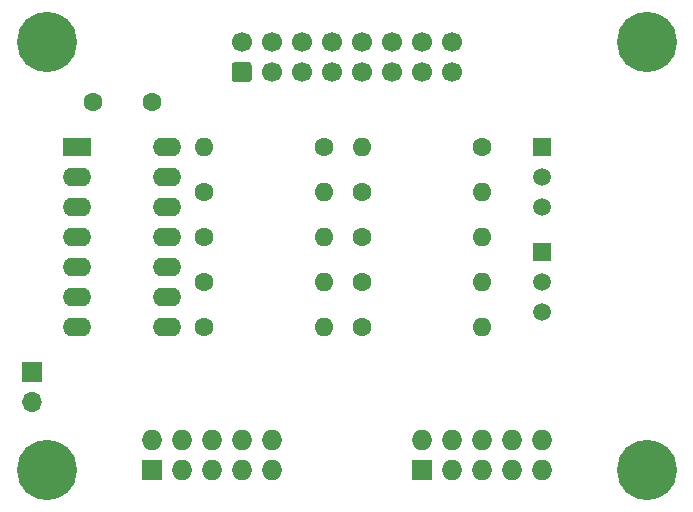
<source format=gts>
G04 #@! TF.GenerationSoftware,KiCad,Pcbnew,(5.1.8)-1*
G04 #@! TF.CreationDate,2024-06-18T03:57:33+02:00*
G04 #@! TF.ProjectId,Gameport,47616d65-706f-4727-942e-6b696361645f,rev?*
G04 #@! TF.SameCoordinates,Original*
G04 #@! TF.FileFunction,Soldermask,Top*
G04 #@! TF.FilePolarity,Negative*
%FSLAX46Y46*%
G04 Gerber Fmt 4.6, Leading zero omitted, Abs format (unit mm)*
G04 Created by KiCad (PCBNEW (5.1.8)-1) date 2024-06-18 03:57:33*
%MOMM*%
%LPD*%
G01*
G04 APERTURE LIST*
%ADD10O,1.727200X1.727200*%
%ADD11R,1.727200X1.727200*%
%ADD12C,5.100000*%
%ADD13R,1.700000X1.700000*%
%ADD14O,1.700000X1.700000*%
%ADD15C,1.700000*%
%ADD16C,1.600000*%
%ADD17O,1.600000X1.600000*%
%ADD18R,2.400000X1.600000*%
%ADD19O,2.400000X1.600000*%
%ADD20C,1.500000*%
%ADD21R,1.500000X1.500000*%
G04 APERTURE END LIST*
D10*
X160655000Y-105410000D03*
X158115000Y-105410000D03*
X155575000Y-105410000D03*
X153035000Y-105410000D03*
X150495000Y-105410000D03*
X160655000Y-107950000D03*
X158115000Y-107950000D03*
X155575000Y-107950000D03*
X153035000Y-107950000D03*
D11*
X150495000Y-107950000D03*
X127635000Y-107950000D03*
D10*
X130175000Y-107950000D03*
X132715000Y-107950000D03*
X135255000Y-107950000D03*
X137795000Y-107950000D03*
X127635000Y-105410000D03*
X130175000Y-105410000D03*
X132715000Y-105410000D03*
X135255000Y-105410000D03*
X137795000Y-105410000D03*
D12*
X118745000Y-107950000D03*
X169545000Y-107950000D03*
X169545000Y-71755000D03*
X118745000Y-71740001D03*
D13*
X117475000Y-99695000D03*
D14*
X117475000Y-102235000D03*
G36*
G01*
X135855000Y-75145000D02*
X134655000Y-75145000D01*
G75*
G02*
X134405000Y-74895000I0J250000D01*
G01*
X134405000Y-73695000D01*
G75*
G02*
X134655000Y-73445000I250000J0D01*
G01*
X135855000Y-73445000D01*
G75*
G02*
X136105000Y-73695000I0J-250000D01*
G01*
X136105000Y-74895000D01*
G75*
G02*
X135855000Y-75145000I-250000J0D01*
G01*
G37*
D15*
X137795000Y-74295000D03*
X140335000Y-74295000D03*
X142875000Y-74295000D03*
X145415000Y-74295000D03*
X147955000Y-74295000D03*
X150495000Y-74295000D03*
X153035000Y-74295000D03*
X135255000Y-71755000D03*
X137795000Y-71755000D03*
X140335000Y-71755000D03*
X142875000Y-71755000D03*
X145415000Y-71755000D03*
X147955000Y-71755000D03*
X150495000Y-71755000D03*
X153035000Y-71755000D03*
D16*
X127635000Y-76835000D03*
X122635000Y-76835000D03*
D17*
X142240000Y-88265000D03*
D16*
X132080000Y-88265000D03*
X132080000Y-95885000D03*
D17*
X142240000Y-95885000D03*
D18*
X121285000Y-80645000D03*
D19*
X128905000Y-95885000D03*
X121285000Y-83185000D03*
X128905000Y-93345000D03*
X121285000Y-85725000D03*
X128905000Y-90805000D03*
X121285000Y-88265000D03*
X128905000Y-88265000D03*
X121285000Y-90805000D03*
X128905000Y-85725000D03*
X121285000Y-93345000D03*
X128905000Y-83185000D03*
X121285000Y-95885000D03*
X128905000Y-80645000D03*
D20*
X160655000Y-92075000D03*
X160655000Y-94615000D03*
D21*
X160655000Y-89535000D03*
X160655000Y-80645000D03*
D20*
X160655000Y-85725000D03*
X160655000Y-83185000D03*
D17*
X142240000Y-84455000D03*
D16*
X132080000Y-84455000D03*
X145415000Y-95885000D03*
D17*
X155575000Y-95885000D03*
X155575000Y-84455000D03*
D16*
X145415000Y-84455000D03*
D17*
X155575000Y-88265000D03*
D16*
X145415000Y-88265000D03*
X145415000Y-92075000D03*
D17*
X155575000Y-92075000D03*
D16*
X132080000Y-92075000D03*
D17*
X142240000Y-92075000D03*
X145415000Y-80645000D03*
D16*
X155575000Y-80645000D03*
X142240000Y-80645000D03*
D17*
X132080000Y-80645000D03*
M02*

</source>
